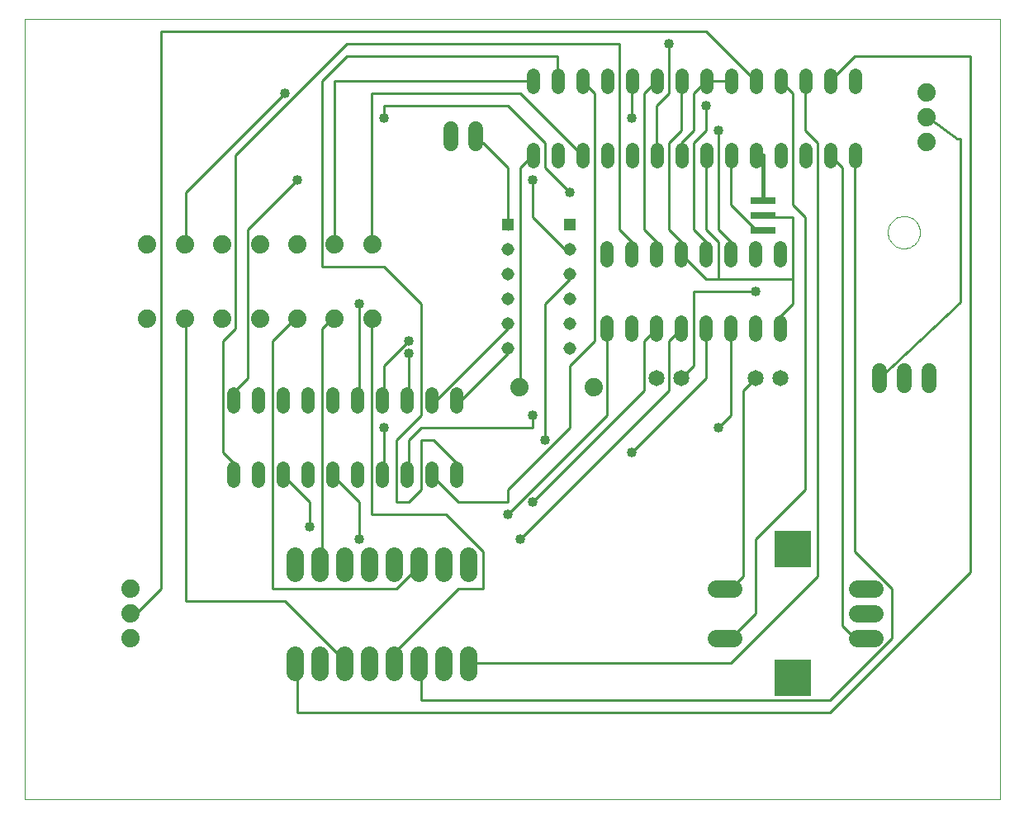
<source format=gtl>
G75*
G70*
%OFA0B0*%
%FSLAX24Y24*%
%IPPOS*%
%LPD*%
%AMOC8*
5,1,8,0,0,1.08239X$1,22.5*
%
%ADD10C,0.0000*%
%ADD11C,0.0520*%
%ADD12C,0.0700*%
%ADD13R,0.0515X0.0515*%
%ADD14C,0.0515*%
%ADD15C,0.0740*%
%ADD16R,0.1500X0.1500*%
%ADD17C,0.0600*%
%ADD18R,0.1024X0.0315*%
%ADD19C,0.0650*%
%ADD20C,0.0100*%
%ADD21C,0.0400*%
%ADD22C,0.0160*%
D10*
X000100Y000100D02*
X000100Y031596D01*
X039470Y031596D01*
X039470Y000100D01*
X000100Y000100D01*
X034950Y023000D02*
X034952Y023050D01*
X034958Y023100D01*
X034968Y023150D01*
X034981Y023198D01*
X034998Y023246D01*
X035019Y023292D01*
X035043Y023336D01*
X035071Y023378D01*
X035102Y023418D01*
X035136Y023455D01*
X035173Y023490D01*
X035212Y023521D01*
X035253Y023550D01*
X035297Y023575D01*
X035343Y023597D01*
X035390Y023615D01*
X035438Y023629D01*
X035487Y023640D01*
X035537Y023647D01*
X035587Y023650D01*
X035638Y023649D01*
X035688Y023644D01*
X035738Y023635D01*
X035786Y023623D01*
X035834Y023606D01*
X035880Y023586D01*
X035925Y023563D01*
X035968Y023536D01*
X036008Y023506D01*
X036046Y023473D01*
X036081Y023437D01*
X036114Y023398D01*
X036143Y023357D01*
X036169Y023314D01*
X036192Y023269D01*
X036211Y023222D01*
X036226Y023174D01*
X036238Y023125D01*
X036246Y023075D01*
X036250Y023025D01*
X036250Y022975D01*
X036246Y022925D01*
X036238Y022875D01*
X036226Y022826D01*
X036211Y022778D01*
X036192Y022731D01*
X036169Y022686D01*
X036143Y022643D01*
X036114Y022602D01*
X036081Y022563D01*
X036046Y022527D01*
X036008Y022494D01*
X035968Y022464D01*
X035925Y022437D01*
X035880Y022414D01*
X035834Y022394D01*
X035786Y022377D01*
X035738Y022365D01*
X035688Y022356D01*
X035638Y022351D01*
X035587Y022350D01*
X035537Y022353D01*
X035487Y022360D01*
X035438Y022371D01*
X035390Y022385D01*
X035343Y022403D01*
X035297Y022425D01*
X035253Y022450D01*
X035212Y022479D01*
X035173Y022510D01*
X035136Y022545D01*
X035102Y022582D01*
X035071Y022622D01*
X035043Y022664D01*
X035019Y022708D01*
X034998Y022754D01*
X034981Y022802D01*
X034968Y022850D01*
X034958Y022900D01*
X034952Y022950D01*
X034950Y023000D01*
D11*
X033647Y025840D02*
X033647Y026360D01*
X032647Y026360D02*
X032647Y025840D01*
X031647Y025840D02*
X031647Y026360D01*
X030647Y026360D02*
X030647Y025840D01*
X029647Y025840D02*
X029647Y026360D01*
X028647Y026360D02*
X028647Y025840D01*
X027647Y025840D02*
X027647Y026360D01*
X026647Y026360D02*
X026647Y025840D01*
X025647Y025840D02*
X025647Y026360D01*
X024647Y026360D02*
X024647Y025840D01*
X023647Y025840D02*
X023647Y026360D01*
X022647Y026360D02*
X022647Y025840D01*
X021647Y025840D02*
X021647Y026360D01*
X020647Y026360D02*
X020647Y025840D01*
X020647Y028840D02*
X020647Y029360D01*
X021647Y029360D02*
X021647Y028840D01*
X022647Y028840D02*
X022647Y029360D01*
X023647Y029360D02*
X023647Y028840D01*
X024647Y028840D02*
X024647Y029360D01*
X025647Y029360D02*
X025647Y028840D01*
X026647Y028840D02*
X026647Y029360D01*
X027647Y029360D02*
X027647Y028840D01*
X028647Y028840D02*
X028647Y029360D01*
X029647Y029360D02*
X029647Y028840D01*
X030647Y028840D02*
X030647Y029360D01*
X031647Y029360D02*
X031647Y028840D01*
X032647Y028840D02*
X032647Y029360D01*
X033647Y029360D02*
X033647Y028840D01*
X030616Y022376D02*
X030616Y021856D01*
X029616Y021856D02*
X029616Y022376D01*
X028616Y022376D02*
X028616Y021856D01*
X027616Y021856D02*
X027616Y022376D01*
X026616Y022376D02*
X026616Y021856D01*
X025616Y021856D02*
X025616Y022376D01*
X024616Y022376D02*
X024616Y021856D01*
X023616Y021856D02*
X023616Y022376D01*
X023616Y019376D02*
X023616Y018856D01*
X024616Y018856D02*
X024616Y019376D01*
X025616Y019376D02*
X025616Y018856D01*
X026616Y018856D02*
X026616Y019376D01*
X027616Y019376D02*
X027616Y018856D01*
X028616Y018856D02*
X028616Y019376D01*
X029616Y019376D02*
X029616Y018856D01*
X030616Y018856D02*
X030616Y019376D01*
X017553Y016470D02*
X017553Y015950D01*
X016553Y015950D02*
X016553Y016470D01*
X015553Y016470D02*
X015553Y015950D01*
X014553Y015950D02*
X014553Y016470D01*
X013553Y016470D02*
X013553Y015950D01*
X012553Y015950D02*
X012553Y016470D01*
X011553Y016470D02*
X011553Y015950D01*
X010553Y015950D02*
X010553Y016470D01*
X009553Y016470D02*
X009553Y015950D01*
X008553Y015950D02*
X008553Y016470D01*
X008553Y013470D02*
X008553Y012950D01*
X009553Y012950D02*
X009553Y013470D01*
X010553Y013470D02*
X010553Y012950D01*
X011553Y012950D02*
X011553Y013470D01*
X012553Y013470D02*
X012553Y012950D01*
X013553Y012950D02*
X013553Y013470D01*
X014553Y013470D02*
X014553Y012950D01*
X015553Y012950D02*
X015553Y013470D01*
X016553Y013470D02*
X016553Y012950D01*
X017553Y012950D02*
X017553Y013470D01*
D12*
X018021Y009950D02*
X018021Y009250D01*
X017021Y009250D02*
X017021Y009950D01*
X016021Y009950D02*
X016021Y009250D01*
X015021Y009250D02*
X015021Y009950D01*
X014021Y009950D02*
X014021Y009250D01*
X013021Y009250D02*
X013021Y009950D01*
X012021Y009950D02*
X012021Y009250D01*
X011021Y009250D02*
X011021Y009950D01*
X011021Y005950D02*
X011021Y005250D01*
X012021Y005250D02*
X012021Y005950D01*
X013021Y005950D02*
X013021Y005250D01*
X014021Y005250D02*
X014021Y005950D01*
X015021Y005950D02*
X015021Y005250D01*
X016021Y005250D02*
X016021Y005950D01*
X017021Y005950D02*
X017021Y005250D01*
X018021Y005250D02*
X018021Y005950D01*
X028000Y006600D02*
X028700Y006600D01*
X028700Y008600D02*
X028000Y008600D01*
X033700Y008600D02*
X034400Y008600D01*
X034400Y007600D02*
X033700Y007600D01*
X033700Y006600D02*
X034400Y006600D01*
D13*
X022100Y023313D03*
X019600Y023313D03*
D14*
X019600Y022313D03*
X019600Y021313D03*
X019600Y020313D03*
X019600Y019313D03*
X019600Y018313D03*
X022100Y018313D03*
X022100Y019313D03*
X022100Y020313D03*
X022100Y021313D03*
X022100Y022313D03*
D15*
X023069Y016757D03*
X020069Y016757D03*
X014147Y019506D03*
X012631Y019506D03*
X011116Y019506D03*
X009600Y019506D03*
X008084Y019506D03*
X006569Y019506D03*
X005053Y019506D03*
X005053Y022506D03*
X006569Y022506D03*
X008084Y022506D03*
X009600Y022506D03*
X011116Y022506D03*
X012631Y022506D03*
X014147Y022506D03*
X004368Y008600D03*
X004368Y007600D03*
X004368Y006600D03*
X036517Y026659D03*
X036517Y027659D03*
X036517Y028659D03*
D16*
X031100Y010200D03*
X031100Y005000D03*
D17*
X034600Y016800D02*
X034600Y017400D01*
X035600Y017400D02*
X035600Y016800D01*
X036600Y016800D02*
X036600Y017400D01*
X018317Y026572D02*
X018317Y027172D01*
X017317Y027172D02*
X017317Y026572D01*
D18*
X029927Y024269D03*
X029927Y023679D03*
X029927Y023088D03*
D19*
X029600Y017100D03*
X030600Y017100D03*
X026600Y017100D03*
X025600Y017100D03*
D20*
X025100Y016600D02*
X025100Y018600D01*
X025616Y019116D01*
X026100Y018600D02*
X026616Y019116D01*
X026100Y018600D02*
X026100Y016600D01*
X020100Y010600D01*
X019600Y011600D02*
X023600Y015600D01*
X023600Y019100D01*
X023616Y019116D01*
X023100Y018600D02*
X023100Y028600D01*
X022600Y029100D01*
X022647Y029100D01*
X021647Y029100D02*
X021600Y029100D01*
X021600Y030100D01*
X013100Y030100D01*
X012100Y029100D01*
X012100Y021600D01*
X014600Y021600D01*
X016100Y020100D01*
X016100Y015600D01*
X015100Y014600D01*
X015100Y012100D01*
X015600Y012100D01*
X016100Y012600D01*
X016100Y014600D01*
X016600Y014600D01*
X017600Y013600D01*
X017553Y013210D01*
X016600Y013100D02*
X017600Y012100D01*
X019600Y012100D01*
X019600Y012600D01*
X022100Y015100D01*
X022100Y017600D01*
X023100Y018600D01*
X021100Y020100D02*
X021100Y014600D01*
X020600Y015100D02*
X020600Y015600D01*
X020600Y015100D02*
X016100Y015100D01*
X015600Y014600D01*
X015600Y013600D01*
X015553Y013210D01*
X016553Y013210D02*
X016600Y013100D01*
X017100Y011600D02*
X014100Y011600D01*
X014100Y019600D01*
X014147Y019506D01*
X013600Y020100D02*
X013600Y016600D01*
X013553Y016210D01*
X014553Y016210D02*
X014600Y016600D01*
X014600Y017600D01*
X015600Y018600D01*
X015600Y018100D02*
X015600Y016600D01*
X015553Y016210D01*
X016553Y016210D02*
X016600Y016100D01*
X019600Y019100D01*
X019600Y019313D01*
X019600Y018313D02*
X019600Y018100D01*
X017600Y016100D01*
X017553Y016210D01*
X020069Y016757D02*
X020100Y017100D01*
X020100Y025600D01*
X020600Y026100D01*
X020647Y026100D01*
X021100Y026600D02*
X019600Y028100D01*
X014600Y028100D01*
X014600Y027600D01*
X014100Y028600D02*
X014100Y022600D01*
X014147Y022506D01*
X012631Y022506D02*
X012600Y022600D01*
X012600Y029100D01*
X020647Y029100D01*
X020100Y028600D02*
X014100Y028600D01*
X013100Y030600D02*
X024100Y030600D01*
X024100Y023100D01*
X024600Y022600D01*
X024616Y022116D01*
X025616Y022116D02*
X025600Y022600D01*
X025100Y023100D01*
X025100Y028600D01*
X025600Y029100D01*
X025647Y029100D01*
X026100Y028600D02*
X026100Y030600D01*
X027600Y031100D02*
X005600Y031100D01*
X005600Y008600D01*
X004600Y007600D01*
X004368Y007600D01*
X006600Y008100D02*
X006600Y019600D01*
X006569Y019506D01*
X008100Y018600D02*
X008600Y019100D01*
X008600Y026100D01*
X013100Y030600D01*
X010600Y028600D02*
X006600Y024600D01*
X006600Y022600D01*
X006569Y022506D01*
X009100Y023100D02*
X009100Y017100D01*
X008600Y016600D01*
X008553Y016210D01*
X008100Y014100D02*
X008100Y018600D01*
X010100Y018600D02*
X011100Y019600D01*
X011116Y019506D01*
X012100Y019100D02*
X012600Y019600D01*
X012631Y019506D01*
X012100Y019100D02*
X012100Y009600D01*
X012021Y009600D01*
X013600Y010600D02*
X013600Y012100D01*
X012600Y013100D01*
X012553Y013210D01*
X011600Y012100D02*
X011600Y011100D01*
X011600Y012100D02*
X010600Y013100D01*
X010553Y013210D01*
X008600Y013600D02*
X008553Y013210D01*
X008600Y013600D02*
X008100Y014100D01*
X010100Y018600D02*
X010100Y008600D01*
X015100Y008600D01*
X016100Y009600D01*
X016021Y009600D01*
X017600Y008600D02*
X018600Y008600D01*
X018600Y010100D01*
X017100Y011600D01*
X014553Y013210D02*
X014600Y013600D01*
X014600Y015100D01*
X020600Y012100D02*
X025100Y016600D01*
X026600Y017100D02*
X027100Y017600D01*
X027100Y020600D01*
X029600Y020600D01*
X030600Y019600D02*
X030616Y019116D01*
X030600Y019100D01*
X030600Y019600D02*
X031100Y020100D01*
X031100Y021100D01*
X028100Y021100D01*
X028100Y022600D01*
X027600Y023100D01*
X027600Y026100D01*
X027647Y026100D01*
X027100Y026600D02*
X027600Y027100D01*
X027600Y028100D01*
X027100Y028600D02*
X027600Y029100D01*
X027647Y029100D01*
X028647Y029100D01*
X029600Y029100D02*
X029647Y029100D01*
X029600Y029100D02*
X027600Y031100D01*
X026647Y029100D02*
X026600Y029100D01*
X026600Y027100D01*
X026100Y026600D01*
X026100Y023100D01*
X026600Y022600D01*
X026616Y022116D01*
X026600Y022100D01*
X027600Y021100D01*
X028100Y021100D01*
X027616Y022116D02*
X027600Y022600D01*
X027100Y023100D01*
X027100Y026600D01*
X026600Y026600D02*
X026600Y026100D01*
X026647Y026100D01*
X026600Y026600D02*
X027100Y027100D01*
X027100Y028600D01*
X026100Y028600D02*
X025600Y028100D01*
X025600Y026100D01*
X025647Y026100D01*
X024600Y027600D02*
X024600Y029100D01*
X024647Y029100D01*
X022647Y026100D02*
X022600Y026100D01*
X020100Y028600D01*
X018317Y026872D02*
X018600Y026600D01*
X019600Y025600D01*
X019600Y023313D01*
X019600Y023100D01*
X020600Y023600D02*
X020600Y025100D01*
X021100Y025600D02*
X021100Y026600D01*
X021100Y025600D02*
X022100Y024600D01*
X020600Y023600D02*
X022100Y022100D01*
X022100Y022313D01*
X022100Y021313D02*
X022100Y021100D01*
X021100Y020100D01*
X027600Y019100D02*
X027600Y017100D01*
X024600Y014100D01*
X028100Y015100D02*
X028600Y015600D01*
X028600Y019100D01*
X028616Y019116D01*
X027616Y019116D02*
X027600Y019100D01*
X029600Y017100D02*
X029100Y016600D01*
X029100Y009100D01*
X028600Y008600D01*
X028350Y008600D01*
X029600Y007600D02*
X028600Y006600D01*
X028350Y006600D01*
X028600Y005600D02*
X018021Y005600D01*
X016100Y005600D02*
X016100Y004100D01*
X032600Y004100D01*
X035100Y006600D01*
X035100Y008600D01*
X033600Y010100D01*
X033600Y026100D01*
X033647Y026100D01*
X033100Y025600D02*
X033100Y007100D01*
X033600Y006600D01*
X034050Y006600D01*
X032100Y009100D02*
X028600Y005600D01*
X029600Y007600D02*
X029600Y010600D01*
X031600Y012600D01*
X031600Y023600D01*
X031100Y024100D01*
X031100Y028600D01*
X030600Y029100D01*
X030647Y029100D01*
X031600Y029100D02*
X031647Y029100D01*
X031600Y029100D02*
X031600Y027100D01*
X032100Y026600D01*
X032100Y009100D01*
X032600Y003600D02*
X038281Y009281D01*
X038281Y030100D01*
X033600Y030100D01*
X032600Y029100D01*
X032647Y029100D01*
X032600Y026100D02*
X032647Y026100D01*
X032600Y026100D02*
X033100Y025600D01*
X031100Y023600D02*
X031100Y021100D01*
X029927Y023088D02*
X029600Y023100D01*
X028600Y024100D01*
X028600Y026100D01*
X028647Y026100D01*
X028100Y027100D02*
X028100Y023100D01*
X028600Y022600D01*
X028616Y022116D01*
X029927Y023679D02*
X030100Y023600D01*
X031100Y023600D01*
X036517Y027659D02*
X036600Y027600D01*
X037750Y026781D01*
X037895Y026781D01*
X037895Y020179D01*
X034600Y017100D01*
X032600Y003600D02*
X011100Y003600D01*
X011100Y005600D01*
X011021Y005600D01*
X013021Y005600D02*
X013100Y005600D01*
X010600Y008100D01*
X006600Y008100D01*
X015021Y005600D02*
X015100Y005600D01*
X015100Y006100D01*
X017600Y008600D01*
X016100Y005600D02*
X016021Y005600D01*
X009100Y023100D02*
X011100Y025100D01*
D21*
X011100Y025100D03*
X014600Y027600D03*
X010600Y028600D03*
X020600Y025100D03*
X022100Y024600D03*
X024600Y027600D03*
X027600Y028100D03*
X028100Y027100D03*
X026100Y030600D03*
X029600Y020600D03*
X028100Y015100D03*
X024600Y014100D03*
X021100Y014600D03*
X020600Y015600D03*
X020600Y012100D03*
X019600Y011600D03*
X020100Y010600D03*
X014600Y015100D03*
X015600Y018100D03*
X015600Y018600D03*
X013600Y020100D03*
X011600Y011100D03*
X013600Y010600D03*
D22*
X029927Y024269D02*
X029927Y026100D01*
X029647Y026100D01*
M02*

</source>
